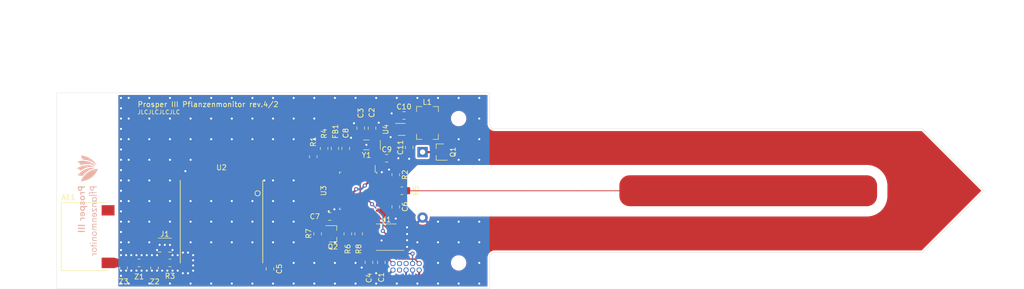
<source format=kicad_pcb>
(kicad_pcb (version 20171130) (host pcbnew "(5.1.12-1-10_14)")
  (layers (0 F.Cu signal) (31 B.Cu signal) (34 B.Paste user) (35 F.Paste user) (36 B.SilkS user) (37 F.SilkS user) (38 B.Mask user) (39 F.Mask user) (44 Edge.Cuts user))
  (net 0 "")
  (net 1 "Net-(AE1-Pad1)")
  (net 2 GND)
  (net 3 "Net-(BT1-Pad1)")
  (net 4 VI2C)
  (net 5 +3V3)
  (net 6 VIN_SENSE)
  (net 7 +3.3VA)
  (net 8 NRST)
  (net 9 "Net-(J1-Pad1)")
  (net 10 SWDIO)
  (net 11 SWCLK)
  (net 12 "Net-(J2-Pad8)")
  (net 13 "Net-(J2-Pad7)")
  (net 14 "Net-(J2-Pad6)")
  (net 15 "Net-(L1-Pad1)")
  (net 16 I2C_ENABLE)
  (net 17 SCL)
  (net 18 SDA)
  (net 19 RFM95_NRST)
  (net 20 MISO)
  (net 21 MOSI)
  (net 22 SCK)
  (net 23 RFM95_NSS)
  (net 24 RFM95_DIO5)
  (net 25 "Net-(U2-Pad11)")
  (net 26 "Net-(U2-Pad12)")
  (net 27 "Net-(U2-Pad16)")
  (net 28 TSC_IO1)
  (net 29 SENSOR_PLANE)
  (net 30 RFM95_DIO0)
  (net 31 RFM95_DIO1)
  (net 32 "Net-(C2-Pad1)")
  (net 33 "Net-(C3-Pad1)")
  (net 34 "Net-(R2-Pad1)")
  (net 35 "Net-(R3-Pad1)")
  (net 36 "Net-(R4-Pad2)")
  (net 37 "Net-(U3-Pad7)")
  (net 38 "Net-(U3-Pad21)")
  (net 39 "Net-(U3-Pad22)")
  (net 40 "Net-(U3-Pad25)")
  (net 41 "Net-(U3-Pad26)")
  (net 42 "Net-(U3-Pad29)")
  (net 43 "Net-(U3-Pad30)")
  (net 44 TSC_IO2)
  (module Resistor_SMD:R_0805_2012Metric_Pad1.20x1.40mm_HandSolder (layer F.Cu) (at 127 100 180)
    (fp_text reference R5 (at -2.7 0 90) (layer F.SilkS))
    (fp_text value 100)
    (pad 2 smd roundrect (at 1 0 180) (size 1.2 1.4) (layers F.Cu F.Paste F.Mask) (roundrect_rratio 0.2083325) (net 44 TSC_IO2))
    (pad 1 smd roundrect (at -1 0 180) (size 1.2 1.4) (layers F.Cu F.Paste F.Mask) (roundrect_rratio 0.2083325) (net 29 SENSOR_PLANE))
  )
  (module my-footprints-library:ProsperIIIPflanzenMonitorLogo (layer B.Cu) (at 66 103 270)
    (fp_text reference G*** hide)
    (fp_text value LOGO hide)
  )
  (module Crystal:Crystal_SMD_EuroQuartz_EQ161-2Pin_3.2x1.5mm_HandSoldering (layer F.Cu) (at 120.1 91.1 180)
    (fp_text reference Y1 (at -0.025 -2) (layer F.SilkS))
    (fp_text value 32768Hz)
    (pad 2 smd rect (at 1.625 0 180) (size 1.75 1.8) (layers F.Cu F.Paste F.Mask) (net 33 "Net-(C3-Pad1)"))
    (pad 1 smd rect (at -1.625 0 180) (size 1.75 1.8) (layers F.Cu F.Paste F.Mask) (net 32 "Net-(C2-Pad1)"))
  )
  (module Capacitor_SMD:C_0805_2012Metric_Pad1.18x1.45mm_HandSolder (layer F.Cu) (at 119 87.8625 90)
    (fp_text reference C3 (at 2.9125 0 270) (layer F.SilkS))
    (fp_text value 15pF)
    (pad 2 smd roundrect (at 1.0375 0 90) (size 1.175 1.45) (layers F.Cu F.Paste F.Mask) (roundrect_rratio 0.2127659574468085) (net 2 GND))
    (pad 1 smd roundrect (at -1.0375 0 90) (size 1.175 1.45) (layers F.Cu F.Paste F.Mask) (roundrect_rratio 0.2127659574468085) (net 33 "Net-(C3-Pad1)"))
  )
  (module Capacitor_SMD:C_0805_2012Metric_Pad1.18x1.45mm_HandSolder (layer F.Cu) (at 121.2 87.8625 90)
    (fp_text reference C2 (at 3.0125 -0.05 90) (layer F.SilkS))
    (fp_text value 15pF)
    (pad 2 smd roundrect (at 1.0375 0 90) (size 1.175 1.45) (layers F.Cu F.Paste F.Mask) (roundrect_rratio 0.2127659574468085) (net 2 GND))
    (pad 1 smd roundrect (at -1.0375 0 90) (size 1.175 1.45) (layers F.Cu F.Paste F.Mask) (roundrect_rratio 0.2127659574468085) (net 32 "Net-(C2-Pad1)"))
  )
  (module MountingHole:MountingHole_2.2mm_M2 (layer F.Cu) (at 138 114)
    (fp_text reference H3 hide)
    (fp_text value MountingHole)
    (pad 1 np_thru_hole circle (at 0 0) (size 2.2 2.2) (drill 2.2) (layers *.Cu *.Mask))
  )
  (module MountingHole:MountingHole_2.2mm_M2 (layer F.Cu) (at 138 86)
    (fp_text reference H2 hide)
    (fp_text value MountingHole)
    (pad 1 np_thru_hole circle (at 0 0) (size 2.2 2.2) (drill 2.2) (layers *.Cu *.Mask))
  )
  (module MountingHole:MountingHole_2.2mm_M2 (layer F.Cu) (at 65 86)
    (fp_text reference H1 hide)
    (fp_text value MountingHole)
    (pad 1 np_thru_hole circle (at 0 0) (size 2.2 2.2) (drill 2.2) (layers *.Cu *.Mask))
  )
  (module my-footprints-library:BatteryHolder_Keystone_2468_2xAAA_NoSilkscreen (layer B.Cu) (at 131 92.5 180)
    (fp_text reference BT1 hide)
    (fp_text value Keystone-2462)
    (pad 2 thru_hole circle (at 0 -12.7 180) (size 2 2) (drill 1.02) (layers *.Cu *.Mask) (net 2 GND))
    (pad 1 thru_hole rect (at 0 0 180) (size 2 2) (drill 1.02) (layers *.Cu *.Mask) (net 3 "Net-(BT1-Pad1)"))
  )
  (module my-footprints-library:SHF-105-01-L-D-TH_NoSilkscreen (layer B.Cu) (at 127.8 114.75 180)
    (fp_text reference J2 hide)
    (fp_text value SHF-105-01-L-D-TH)
    (pad 2 thru_hole circle (at -2.54 0.635 180) (size 1 1) (drill 0.65) (layers *.Cu *.Mask) (net 10 SWDIO))
    (pad 4 thru_hole circle (at -1.27 0.635 180) (size 1 1) (drill 0.65) (layers *.Cu *.Mask) (net 11 SWCLK))
    (pad 10 thru_hole circle (at 2.54 0.635 180) (size 1 1) (drill 0.65) (layers *.Cu *.Mask) (net 8 NRST))
    (pad 8 thru_hole circle (at 1.27 0.635 180) (size 1 1) (drill 0.65) (layers *.Cu *.Mask) (net 12 "Net-(J2-Pad8)"))
    (pad 9 thru_hole circle (at 2.54 -0.635 180) (size 1 1) (drill 0.65) (layers *.Cu *.Mask) (net 2 GND))
    (pad 7 thru_hole circle (at 1.27 -0.635 180) (size 1 1) (drill 0.65) (layers *.Cu *.Mask) (net 13 "Net-(J2-Pad7)"))
    (pad 1 thru_hole circle (at -2.54 -0.635 180) (size 1 1) (drill 0.65) (layers *.Cu *.Mask) (net 5 +3V3))
    (pad 3 thru_hole circle (at -1.27 -0.635 180) (size 1 1) (drill 0.65) (layers *.Cu *.Mask) (net 2 GND))
    (pad 6 thru_hole circle (at 0 0.635 180) (size 1 1) (drill 0.65) (layers *.Cu *.Mask) (net 14 "Net-(J2-Pad6)"))
    (pad 5 thru_hole circle (at 0 -0.635 180) (size 1 1) (drill 0.65) (layers *.Cu *.Mask) (net 2 GND))
  )
  (module Capacitor_SMD:C_0805_2012Metric_Pad1.18x1.45mm_HandSolder (layer F.Cu) (at 125.8 103.1375 270)
    (fp_text reference C6 (at -0.0375 -1.8 90) (layer F.SilkS))
    (fp_text value 100nF)
    (pad 2 smd roundrect (at 1.0375 0 270) (size 1.175 1.45) (layers F.Cu F.Paste F.Mask) (roundrect_rratio 0.2127659574468085) (net 2 GND))
    (pad 1 smd roundrect (at -1.0375 0 270) (size 1.175 1.45) (layers F.Cu F.Paste F.Mask) (roundrect_rratio 0.2127659574468085) (net 28 TSC_IO1))
  )
  (module Resistor_SMD:R_0805_2012Metric_Pad1.20x1.40mm_HandSolder (layer F.Cu) (at 73 115 90)
    (fp_text reference Z3 (at -2.625 0) (layer F.SilkS))
    (fp_text value 900fF)
    (pad 2 smd roundrect (at 1 0 90) (size 1.2 1.4) (layers F.Cu F.Paste F.Mask) (roundrect_rratio 0.2083325) (net 1 "Net-(AE1-Pad1)"))
    (pad 1 smd roundrect (at -1 0 90) (size 1.2 1.4) (layers F.Cu F.Paste F.Mask) (roundrect_rratio 0.2083325) (net 2 GND))
  )
  (module Resistor_SMD:R_0805_2012Metric_Pad1.20x1.40mm_HandSolder (layer F.Cu) (at 76 114 180)
    (fp_text reference Z1 (at -0.025 -2.675 180) (layer F.SilkS))
    (fp_text value 11nH)
    (pad 2 smd roundrect (at 1 0 180) (size 1.2 1.4) (layers F.Cu F.Paste F.Mask) (roundrect_rratio 0.2083325) (net 1 "Net-(AE1-Pad1)"))
    (pad 1 smd roundrect (at -1 0 180) (size 1.2 1.4) (layers F.Cu F.Paste F.Mask) (roundrect_rratio 0.2083325) (net 9 "Net-(J1-Pad1)"))
  )
  (module Resistor_SMD:R_0805_2012Metric_Pad1.20x1.40mm_HandSolder (layer F.Cu) (at 79 115 270)
    (fp_text reference Z2 (at 2.625 -0.025) (layer F.SilkS))
    (fp_text value NC)
    (pad 2 smd roundrect (at 1 0 270) (size 1.2 1.4) (layers F.Cu F.Paste F.Mask) (roundrect_rratio 0.2083325) (net 2 GND))
    (pad 1 smd roundrect (at -1 0 270) (size 1.2 1.4) (layers F.Cu F.Paste F.Mask) (roundrect_rratio 0.2083325) (net 9 "Net-(J1-Pad1)"))
  )
  (module my-footprints-library:LQFP-32_7x7mm_P0.8mm_HandSolder (layer F.Cu) (at 118.5 100 270)
    (fp_text reference U3 (at 0 6.7 270) (layer F.SilkS))
    (fp_text value STM32L412KB)
    (pad 1 smd roundrect (at -4.575 -2.8 270) (size 2.3 0.5) (layers F.Cu F.Paste F.Mask) (net 5 +3V3))
    (pad 2 smd roundrect (at -4.575 -2 270) (size 2.3 0.5) (layers F.Cu F.Paste F.Mask) (net 32 "Net-(C2-Pad1)"))
    (pad 3 smd roundrect (at -4.575 -1.2 270) (size 2.3 0.5) (layers F.Cu F.Paste F.Mask) (net 33 "Net-(C3-Pad1)"))
    (pad 4 smd roundrect (at -4.575 -0.4 270) (size 2.3 0.5) (layers F.Cu F.Paste F.Mask) (net 8 NRST))
    (pad 5 smd roundrect (at -4.575 0.4 270) (size 2.3 0.5) (layers F.Cu F.Paste F.Mask) (net 7 +3.3VA))
    (pad 6 smd roundrect (at -4.575 1.2 270) (size 2.3 0.5) (layers F.Cu F.Paste F.Mask) (net 36 "Net-(R4-Pad2)"))
    (pad 7 smd roundrect (at -4.575 2 270) (size 2.3 0.5) (layers F.Cu F.Paste F.Mask) (net 37 "Net-(U3-Pad7)"))
    (pad 8 smd roundrect (at -4.575 2.8 270) (size 2.3 0.5) (layers F.Cu F.Paste F.Mask) (net 24 RFM95_DIO5))
    (pad 9 smd roundrect (at -2.8 4.575 270) (size 0.5 2.3) (layers F.Cu F.Paste F.Mask) (net 19 RFM95_NRST))
    (pad 10 smd roundrect (at -2 4.575 270) (size 0.5 2.3) (layers F.Cu F.Paste F.Mask) (net 23 RFM95_NSS))
    (pad 11 smd roundrect (at -1.2 4.575 270) (size 0.5 2.3) (layers F.Cu F.Paste F.Mask) (net 22 SCK))
    (pad 12 smd roundrect (at -0.4 4.575 270) (size 0.5 2.3) (layers F.Cu F.Paste F.Mask) (net 20 MISO))
    (pad 13 smd roundrect (at 0.4 4.575 270) (size 0.5 2.3) (layers F.Cu F.Paste F.Mask) (net 21 MOSI))
    (pad 14 smd roundrect (at 1.2 4.575 270) (size 0.5 2.3) (layers F.Cu F.Paste F.Mask) (net 30 RFM95_DIO0))
    (pad 15 smd roundrect (at 2 4.575 270) (size 0.5 2.3) (layers F.Cu F.Paste F.Mask) (net 31 RFM95_DIO1))
    (pad 16 smd roundrect (at 2.8 4.575 270) (size 0.5 2.3) (layers F.Cu F.Paste F.Mask) (net 2 GND))
    (pad 17 smd roundrect (at 4.575 2.8 270) (size 2.3 0.5) (layers F.Cu F.Paste F.Mask) (net 5 +3V3))
    (pad 18 smd roundrect (at 4.575 2 270) (size 2.3 0.5) (layers F.Cu F.Paste F.Mask) (net 16 I2C_ENABLE))
    (pad 19 smd roundrect (at 4.575 1.2 270) (size 2.3 0.5) (layers F.Cu F.Paste F.Mask) (net 17 SCL))
    (pad 20 smd roundrect (at 4.575 0.4 270) (size 2.3 0.5) (layers F.Cu F.Paste F.Mask) (net 18 SDA))
    (pad 21 smd roundrect (at 4.575 -0.4 270) (size 2.3 0.5) (layers F.Cu F.Paste F.Mask) (net 38 "Net-(U3-Pad21)"))
    (pad 22 smd roundrect (at 4.575 -1.2 270) (size 2.3 0.5) (layers F.Cu F.Paste F.Mask) (net 39 "Net-(U3-Pad22)"))
    (pad 23 smd roundrect (at 4.575 -2 270) (size 2.3 0.5) (layers F.Cu F.Paste F.Mask) (net 10 SWDIO))
    (pad 24 smd roundrect (at 4.575 -2.8 270) (size 2.3 0.5) (layers F.Cu F.Paste F.Mask) (net 11 SWCLK))
    (pad 25 smd roundrect (at 2.8 -4.575 270) (size 0.5 2.3) (layers F.Cu F.Paste F.Mask) (net 40 "Net-(U3-Pad25)"))
    (pad 26 smd roundrect (at 2 -4.575 270) (size 0.5 2.3) (layers F.Cu F.Paste F.Mask) (net 41 "Net-(U3-Pad26)"))
    (pad 27 smd roundrect (at 1.2 -4.575 270) (size 0.5 2.3) (layers F.Cu F.Paste F.Mask) (net 28 TSC_IO1))
    (pad 28 smd roundrect (at 0.4 -4.575 270) (size 0.5 2.3) (layers F.Cu F.Paste F.Mask) (net 44 TSC_IO2))
    (pad 29 smd roundrect (at -0.4 -4.575 270) (size 0.5 2.3) (layers F.Cu F.Paste F.Mask) (net 42 "Net-(U3-Pad29)"))
    (pad 30 smd roundrect (at -1.2 -4.575 270) (size 0.5 2.3) (layers F.Cu F.Paste F.Mask) (net 43 "Net-(U3-Pad30)"))
    (pad 31 smd roundrect (at -2 -4.575 270) (size 0.5 2.3) (layers F.Cu F.Paste F.Mask) (net 34 "Net-(R2-Pad1)"))
    (pad 32 smd roundrect (at -2.8 -4.575 270) (size 0.5 2.3) (layers F.Cu F.Paste F.Mask) (net 2 GND))
  )
  (module Package_TO_SOT_SMD:SOT-363_SC-70-6_Handsoldering (layer F.Cu) (at 126.95 88.1)
    (fp_text reference U4 (at -3.1 0 270) (layer F.SilkS))
    (fp_text value TLV61225)
    (pad 6 smd rect (at 1.33 -0.65) (size 1.5 0.4) (layers F.Cu F.Paste F.Mask) (net 6 VIN_SENSE))
    (pad 5 smd rect (at 1.33 0) (size 1.5 0.4) (layers F.Cu F.Paste F.Mask) (net 15 "Net-(L1-Pad1)"))
    (pad 4 smd rect (at 1.33 0.65) (size 1.5 0.4) (layers F.Cu F.Paste F.Mask) (net 5 +3V3))
    (pad 3 smd rect (at -1.33 0.65) (size 1.5 0.4) (layers F.Cu F.Paste F.Mask) (net 2 GND))
    (pad 2 smd rect (at -1.33 0) (size 1.5 0.4) (layers F.Cu F.Paste F.Mask) (net 5 +3V3))
    (pad 1 smd rect (at -1.33 -0.65) (size 1.5 0.4) (layers F.Cu F.Paste F.Mask) (net 6 VIN_SENSE))
  )
  (module my-footprints-library:RFM95W (layer F.Cu) (at 92 106 270)
    (fp_text reference U2 (at -10.5 0 180) (layer F.SilkS))
    (fp_text value RFM95W)
    (pad 1 smd rect (at -8 -7 270) (size 2.5 1.2) (layers F.Cu F.Paste F.Mask) (net 2 GND))
    (pad 2 smd rect (at -8 -5 270) (size 2.5 1.2) (layers F.Cu F.Paste F.Mask) (net 20 MISO))
    (pad 3 smd rect (at -8 -3 270) (size 2.5 1.2) (layers F.Cu F.Paste F.Mask) (net 21 MOSI))
    (pad 4 smd rect (at -8 -1 270) (size 2.5 1.2) (layers F.Cu F.Paste F.Mask) (net 22 SCK))
    (pad 5 smd rect (at -8 1 270) (size 2.5 1.2) (layers F.Cu F.Paste F.Mask) (net 23 RFM95_NSS))
    (pad 6 smd rect (at -8 3 270) (size 2.5 1.2) (layers F.Cu F.Paste F.Mask) (net 19 RFM95_NRST))
    (pad 7 smd rect (at -8 5 270) (size 2.5 1.2) (layers F.Cu F.Paste F.Mask) (net 24 RFM95_DIO5))
    (pad 8 smd rect (at -8 7 270) (size 2.5 1.2) (layers F.Cu F.Paste F.Mask) (net 2 GND))
    (pad 9 smd rect (at 8 7 270) (size 2.5 1.2) (layers F.Cu F.Paste F.Mask) (net 35 "Net-(R3-Pad1)"))
    (pad 10 smd rect (at 8 5 270) (size 2.5 1.2) (layers F.Cu F.Paste F.Mask) (net 2 GND))
    (pad 11 smd rect (at 8 3 270) (size 2.5 1.2) (layers F.Cu F.Paste F.Mask) (net 25 "Net-(U2-Pad11)"))
    (pad 12 smd rect (at 8 1 270) (size 2.5 1.2) (layers F.Cu F.Paste F.Mask) (net 26 "Net-(U2-Pad12)"))
    (pad 13 smd rect (at 8 -1 270) (size 2.5 1.2) (layers F.Cu F.Paste F.Mask) (net 5 +3V3))
    (pad 14 smd rect (at 8 -3 270) (size 2.5 1.2) (layers F.Cu F.Paste F.Mask) (net 30 RFM95_DIO0))
    (pad 15 smd rect (at 8 -5 270) (size 2.5 1.2) (layers F.Cu F.Paste F.Mask) (net 31 RFM95_DIO1))
    (pad 16 smd rect (at 8 -7 270) (size 2.5 1.2) (layers F.Cu F.Paste F.Mask) (net 27 "Net-(U2-Pad16)"))
  )
  (module Package_SO:SOIC-8_3.9x4.9mm_P1.27mm (layer F.Cu) (at 123.95 109 180)
    (fp_text reference U1 (at 0.05 3.4 180) (layer F.SilkS))
    (fp_text value 24LC32)
    (pad 8 smd roundrect (at 2.475 -1.905 180) (size 1.95 0.6) (layers F.Cu F.Paste F.Mask) (net 4 VI2C))
    (pad 7 smd roundrect (at 2.475 -0.635 180) (size 1.95 0.6) (layers F.Cu F.Paste F.Mask) (net 2 GND))
    (pad 6 smd roundrect (at 2.475 0.635 180) (size 1.95 0.6) (layers F.Cu F.Paste F.Mask) (net 17 SCL))
    (pad 5 smd roundrect (at 2.475 1.905 180) (size 1.95 0.6) (layers F.Cu F.Paste F.Mask) (net 18 SDA))
    (pad 4 smd roundrect (at -2.475 1.905 180) (size 1.95 0.6) (layers F.Cu F.Paste F.Mask) (net 2 GND))
    (pad 3 smd roundrect (at -2.475 0.635 180) (size 1.95 0.6) (layers F.Cu F.Paste F.Mask) (net 2 GND))
    (pad 2 smd roundrect (at -2.475 -0.635 180) (size 1.95 0.6) (layers F.Cu F.Paste F.Mask) (net 2 GND))
    (pad 1 smd roundrect (at -2.475 -1.905 180) (size 1.95 0.6) (layers F.Cu F.Paste F.Mask) (net 2 GND))
  )
  (module Resistor_SMD:R_0805_2012Metric_Pad1.20x1.40mm_HandSolder (layer F.Cu) (at 125.8 96.9 90)
    (fp_text reference R2 (at 0 1.8 90) (layer F.SilkS))
    (fp_text value 10k)
    (pad 2 smd roundrect (at 1 0 90) (size 1.2 1.4) (layers F.Cu F.Paste F.Mask) (roundrect_rratio 0.2083325) (net 2 GND))
    (pad 1 smd roundrect (at -1 0 90) (size 1.2 1.4) (layers F.Cu F.Paste F.Mask) (roundrect_rratio 0.2083325) (net 34 "Net-(R2-Pad1)"))
  )
  (module Resistor_SMD:R_0805_2012Metric_Pad1.20x1.40mm_HandSolder (layer F.Cu) (at 111.9 91.8 270)
    (fp_text reference R4 (at -2.9 0 90) (layer F.SilkS))
    (fp_text value 100)
    (pad 2 smd roundrect (at 1 0 270) (size 1.2 1.4) (layers F.Cu F.Paste F.Mask) (roundrect_rratio 0.2083325) (net 36 "Net-(R4-Pad2)"))
    (pad 1 smd roundrect (at -1 0 270) (size 1.2 1.4) (layers F.Cu F.Paste F.Mask) (roundrect_rratio 0.2083325) (net 6 VIN_SENSE))
  )
  (module Resistor_SMD:R_0805_2012Metric_Pad1.20x1.40mm_HandSolder (layer F.Cu) (at 82 114 180)
    (fp_text reference R3 (at 0 -2.55 180) (layer F.SilkS))
    (fp_text value 0)
    (pad 2 smd roundrect (at 1 0 180) (size 1.2 1.4) (layers F.Cu F.Paste F.Mask) (roundrect_rratio 0.2083325) (net 9 "Net-(J1-Pad1)"))
    (pad 1 smd roundrect (at -1 0 180) (size 1.2 1.4) (layers F.Cu F.Paste F.Mask) (roundrect_rratio 0.2083325) (net 35 "Net-(R3-Pad1)"))
  )
  (module Resistor_SMD:R_0805_2012Metric_Pad1.20x1.40mm_HandSolder (layer F.Cu) (at 109.8 93.4 270)
    (fp_text reference R1 (at -2.9 0 90) (layer F.SilkS))
    (fp_text value 100k)
    (pad 2 smd roundrect (at 1 0 270) (size 1.2 1.4) (layers F.Cu F.Paste F.Mask) (roundrect_rratio 0.2083325) (net 19 RFM95_NRST))
    (pad 1 smd roundrect (at -1 0 270) (size 1.2 1.4) (layers F.Cu F.Paste F.Mask) (roundrect_rratio 0.2083325) (net 5 +3V3))
  )
  (module Resistor_SMD:R_0805_2012Metric_Pad1.20x1.40mm_HandSolder (layer F.Cu) (at 118.6 108.36 90)
    (fp_text reference R8 (at -2.94 0 90) (layer F.SilkS))
    (fp_text value 4.7k)
    (pad 2 smd roundrect (at 1 0 90) (size 1.2 1.4) (layers F.Cu F.Paste F.Mask) (roundrect_rratio 0.2083325) (net 18 SDA))
    (pad 1 smd roundrect (at -1 0 90) (size 1.2 1.4) (layers F.Cu F.Paste F.Mask) (roundrect_rratio 0.2083325) (net 4 VI2C))
  )
  (module Resistor_SMD:R_0805_2012Metric_Pad1.20x1.40mm_HandSolder (layer F.Cu) (at 116.5 108.36 90)
    (fp_text reference R6 (at -2.94 0 90) (layer F.SilkS))
    (fp_text value 4.7k)
    (pad 2 smd roundrect (at 1 0 90) (size 1.2 1.4) (layers F.Cu F.Paste F.Mask) (roundrect_rratio 0.2083325) (net 17 SCL))
    (pad 1 smd roundrect (at -1 0 90) (size 1.2 1.4) (layers F.Cu F.Paste F.Mask) (roundrect_rratio 0.2083325) (net 4 VI2C))
  )
  (module Resistor_SMD:R_0805_2012Metric_Pad1.20x1.40mm_HandSolder (layer F.Cu) (at 110.65 108.36 270)
    (fp_text reference R7 (at -0.06 1.75 270) (layer F.SilkS))
    (fp_text value 100k)
    (pad 2 smd roundrect (at 1 0 270) (size 1.2 1.4) (layers F.Cu F.Paste F.Mask) (roundrect_rratio 0.2083325) (net 5 +3V3))
    (pad 1 smd roundrect (at -1 0 270) (size 1.2 1.4) (layers F.Cu F.Paste F.Mask) (roundrect_rratio 0.2083325) (net 16 I2C_ENABLE))
  )
  (module Package_TO_SOT_SMD:SOT-23 (layer F.Cu) (at 134.4 92.5 180)
    (fp_text reference Q1 (at -2.5 0 270) (layer F.SilkS))
    (fp_text value TSM260P02)
    (pad 3 smd rect (at 1 0 180) (size 0.9 0.8) (layers F.Cu F.Paste F.Mask) (net 3 "Net-(BT1-Pad1)"))
    (pad 2 smd rect (at -1 0.95 180) (size 0.9 0.8) (layers F.Cu F.Paste F.Mask) (net 6 VIN_SENSE))
    (pad 1 smd rect (at -1 -0.95 180) (size 0.9 0.8) (layers F.Cu F.Paste F.Mask) (net 2 GND))
  )
  (module Package_TO_SOT_SMD:SOT-23 (layer F.Cu) (at 113.6 108.36)
    (fp_text reference Q2 (at 0 2.5) (layer F.SilkS))
    (fp_text value PMV250EPEA)
    (pad 3 smd rect (at 1 0) (size 0.9 0.8) (layers F.Cu F.Paste F.Mask) (net 4 VI2C))
    (pad 2 smd rect (at -1 0.95) (size 0.9 0.8) (layers F.Cu F.Paste F.Mask) (net 5 +3V3))
    (pad 1 smd rect (at -1 -0.95) (size 0.9 0.8) (layers F.Cu F.Paste F.Mask) (net 16 I2C_ENABLE))
  )
  (module my-footprints-library:L_Bourns-SRN4018_3DModel_HandSolder (layer F.Cu) (at 131.95 86.85 90)
    (fp_text reference L1 (at 4.05 -0.05 180) (layer F.SilkS))
    (fp_text value 4.7uH)
    (pad 2 smd rect (at 1.925 0 90) (size 2.3 3.6) (layers F.Cu F.Paste F.Mask) (net 6 VIN_SENSE))
    (pad 1 smd rect (at -1.925 0 90) (size 2.3 3.6) (layers F.Cu F.Paste F.Mask) (net 15 "Net-(L1-Pad1)"))
  )
  (module my-footprints-library:CONUFL001-SMD (layer F.Cu) (at 81 110.5)
    (fp_text reference J1 (at 0 -2.1) (layer F.SilkS))
    (fp_text value CONUFL001-SMD-T)
    (pad 1 smd rect (at 0 1.525) (size 1 1.05) (layers F.Cu F.Paste F.Mask) (net 9 "Net-(J1-Pad1)"))
    (pad 2 smd rect (at 1.475 0) (size 1.05 2.2) (layers F.Cu F.Paste F.Mask) (net 2 GND))
    (pad 2 smd rect (at -1.475 0) (size 1.05 2.2) (layers F.Cu F.Paste F.Mask) (net 2 GND))
  )
  (module Inductor_SMD:L_0805_2012Metric_Pad1.15x1.40mm_HandSolder (layer F.Cu) (at 114 91.8 270)
    (fp_text reference FB1 (at -3.3 -0.1 90) (layer F.SilkS))
    (fp_text value WE742792040)
    (pad 2 smd roundrect (at 1.025 0 270) (size 1.15 1.4) (layers F.Cu F.Paste F.Mask) (roundrect_rratio 0.2173904347826087) (net 7 +3.3VA))
    (pad 1 smd roundrect (at -1.025 0 270) (size 1.15 1.4) (layers F.Cu F.Paste F.Mask) (roundrect_rratio 0.2173904347826087) (net 5 +3V3))
  )
  (module Capacitor_SMD:C_0805_2012Metric_Pad1.18x1.45mm_HandSolder (layer F.Cu) (at 123 113.9 270)
    (fp_text reference C1 (at 2.9 0 270) (layer F.SilkS))
    (fp_text value 100nF)
    (pad 2 smd roundrect (at 1.0375 0 270) (size 1.175 1.45) (layers F.Cu F.Paste F.Mask) (roundrect_rratio 0.2127659574468085) (net 2 GND))
    (pad 1 smd roundrect (at -1.0375 0 270) (size 1.175 1.45) (layers F.Cu F.Paste F.Mask) (roundrect_rratio 0.2127659574468085) (net 8 NRST))
  )
  (module Capacitor_SMD:C_0805_2012Metric_Pad1.18x1.45mm_HandSolder (layer F.Cu) (at 124.0375 93.7)
    (fp_text reference C9 (at 0.0125 -1.7) (layer F.SilkS))
    (fp_text value 100nF)
    (pad 2 smd roundrect (at 1.0375 0) (size 1.175 1.45) (layers F.Cu F.Paste F.Mask) (roundrect_rratio 0.2127659574468085) (net 2 GND))
    (pad 1 smd roundrect (at -1.0375 0) (size 1.175 1.45) (layers F.Cu F.Paste F.Mask) (roundrect_rratio 0.2127659574468085) (net 5 +3V3))
  )
  (module Capacitor_SMD:C_0805_2012Metric_Pad1.18x1.45mm_HandSolder (layer F.Cu) (at 113 105 180)
    (fp_text reference C7 (at 2.9 0 180) (layer F.SilkS))
    (fp_text value 100nF)
    (pad 2 smd roundrect (at 1.0375 0 180) (size 1.175 1.45) (layers F.Cu F.Paste F.Mask) (roundrect_rratio 0.2127659574468085) (net 2 GND))
    (pad 1 smd roundrect (at -1.0375 0 180) (size 1.175 1.45) (layers F.Cu F.Paste F.Mask) (roundrect_rratio 0.2127659574468085) (net 5 +3V3))
  )
  (module Capacitor_SMD:C_0805_2012Metric_Pad1.18x1.45mm_HandSolder (layer F.Cu) (at 116.1 91.8 90)
    (fp_text reference C8 (at 2.9625 0 90) (layer F.SilkS))
    (fp_text value 100nF)
    (pad 2 smd roundrect (at 1.0375 0 90) (size 1.175 1.45) (layers F.Cu F.Paste F.Mask) (roundrect_rratio 0.2127659574468085) (net 2 GND))
    (pad 1 smd roundrect (at -1.0375 0 90) (size 1.175 1.45) (layers F.Cu F.Paste F.Mask) (roundrect_rratio 0.2127659574468085) (net 7 +3.3VA))
  )
  (module Capacitor_SMD:C_0805_2012Metric_Pad1.18x1.45mm_HandSolder (layer F.Cu) (at 127.4 85.4 180)
    (fp_text reference C10 (at 0 1.7) (layer F.SilkS))
    (fp_text value 10uF)
    (pad 2 smd roundrect (at 1.0375 0 180) (size 1.175 1.45) (layers F.Cu F.Paste F.Mask) (roundrect_rratio 0.2127659574468085) (net 2 GND))
    (pad 1 smd roundrect (at -1.0375 0 180) (size 1.175 1.45) (layers F.Cu F.Paste F.Mask) (roundrect_rratio 0.2127659574468085) (net 6 VIN_SENSE))
  )
  (module Capacitor_SMD:C_0805_2012Metric_Pad1.18x1.45mm_HandSolder (layer F.Cu) (at 128.4 91.6 270)
    (fp_text reference C11 (at 0 1.7 270) (layer F.SilkS))
    (fp_text value 10uF)
    (pad 2 smd roundrect (at 1.0375 0 270) (size 1.175 1.45) (layers F.Cu F.Paste F.Mask) (roundrect_rratio 0.2127659574468085) (net 2 GND))
    (pad 1 smd roundrect (at -1.0375 0 270) (size 1.175 1.45) (layers F.Cu F.Paste F.Mask) (roundrect_rratio 0.2127659574468085) (net 5 +3V3))
  )
  (module Capacitor_SMD:C_0805_2012Metric_Pad1.18x1.45mm_HandSolder (layer F.Cu) (at 101.4 115.1625 90)
    (fp_text reference C5 (at 0 1.8 90) (layer F.SilkS))
    (fp_text value 100nF)
    (pad 2 smd roundrect (at 1.0375 0 90) (size 1.175 1.45) (layers F.Cu F.Paste F.Mask) (roundrect_rratio 0.2127659574468085) (net 2 GND))
    (pad 1 smd roundrect (at -1.0375 0 90) (size 1.175 1.45) (layers F.Cu F.Paste F.Mask) (roundrect_rratio 0.2127659574468085) (net 5 +3V3))
  )
  (module Capacitor_SMD:C_0805_2012Metric_Pad1.18x1.45mm_HandSolder (layer F.Cu) (at 120.6 113.9 270)
    (fp_text reference C4 (at 3 0 90) (layer F.SilkS))
    (fp_text value 100nF)
    (pad 2 smd roundrect (at 1.0375 0 270) (size 1.175 1.45) (layers F.Cu F.Paste F.Mask) (roundrect_rratio 0.2127659574468085) (net 2 GND))
    (pad 1 smd roundrect (at -1.0375 0 270) (size 1.175 1.45) (layers F.Cu F.Paste F.Mask) (roundrect_rratio 0.2127659574468085) (net 4 VI2C))
  )
  (module my-footprints-library:Linx_ANT-868-uSP410 (layer F.Cu) (at 70 108.9 90)
    (fp_text reference AE1 (at 7.6 -7.7 180) (layer F.SilkS))
    (fp_text value ANT-868-uSP410)
    (pad 2 smd rect (at 5.1 0 90) (size 2 2.5) (layers F.Cu F.Paste F.Mask))
    (pad 1 smd rect (at -5.1 0 90) (size 2 2.5) (layers F.Cu F.Paste F.Mask) (net 1 "Net-(AE1-Pad1)"))
  )
  (gr_text "Prosper III Pflanzenmonitor rev.4/2" (at 75.651429 83.25) (layer F.SilkS) (effects (font (size 1 1)) (justify left)))
  (gr_text JLCJLCJLCJLC (at 75.651429 84.75) (layer F.SilkS) (effects (font (size 0.8 0.8) (thickness 0.12)) (justify left)))
  (gr_arc (start 145 87) (end 144 87) (angle -90) (layer Edge.Cuts) (width 0.05))
  (gr_arc (start 145 113) (end 145 112) (angle -90) (layer Edge.Cuts) (width 0.05))
  (gr_line (start 60 119) (end 60 81) (layer Edge.Cuts) (width 0.05))
  (gr_line (start 144 119) (end 60 119) (layer Edge.Cuts) (width 0.05))
  (gr_line (start 144 113) (end 144 119) (layer Edge.Cuts) (width 0.05))
  (gr_line (start 228 112) (end 145 112) (layer Edge.Cuts) (width 0.05))
  (gr_line (start 240 100) (end 228 112) (layer Edge.Cuts) (width 0.05))
  (gr_line (start 228 88) (end 240 100) (layer Edge.Cuts) (width 0.05))
  (gr_line (start 145 88) (end 228 88) (layer Edge.Cuts) (width 0.05))
  (gr_line (start 144 81) (end 144 87) (layer Edge.Cuts) (width 0.05))
  (gr_line (start 60 81) (end 144 81) (layer Edge.Cuts) (width 0.05))
  (via (at 138 90) (size 0.8) (drill 0.4) (layers F.Cu B.Cu) (net 2))
  (via (at 134 114) (size 0.8) (drill 0.4) (layers F.Cu B.Cu) (net 2))
  (via (at 74 86) (size 0.8) (drill 0.4) (layers F.Cu B.Cu) (net 2))
  (via (at 94 118) (size 0.8) (drill 0.4) (layers F.Cu B.Cu) (net 2))
  (via (at 72.5 118) (size 0.8) (drill 0.4) (layers F.Cu B.Cu) (net 2))
  (via (at 72.5 111.5) (size 0.8) (drill 0.4) (layers F.Cu B.Cu) (net 2))
  (via (at 72.5 82) (size 0.8) (drill 0.4) (layers F.Cu B.Cu) (net 2))
  (via (at 72.5 84) (size 0.8) (drill 0.4) (layers F.Cu B.Cu) (net 2))
  (via (at 72.5 86) (size 0.8) (drill 0.4) (layers F.Cu B.Cu) (net 2))
  (via (at 72.5 88) (size 0.8) (drill 0.4) (layers F.Cu B.Cu) (net 2))
  (via (at 72.5 90) (size 0.8) (drill 0.4) (layers F.Cu B.Cu) (net 2))
  (via (at 72.5 92) (size 0.8) (drill 0.4) (layers F.Cu B.Cu) (net 2))
  (via (at 72.5 94) (size 0.8) (drill 0.4) (layers F.Cu B.Cu) (net 2))
  (via (at 72.5 96) (size 0.8) (drill 0.4) (layers F.Cu B.Cu) (net 2))
  (via (at 72.5 98) (size 0.8) (drill 0.4) (layers F.Cu B.Cu) (net 2))
  (via (at 72.5 100) (size 0.8) (drill 0.4) (layers F.Cu B.Cu) (net 2))
  (via (at 72.5 102) (size 0.8) (drill 0.4) (layers F.Cu B.Cu) (net 2))
  (via (at 72.5 104) (size 0.8) (drill 0.4) (layers F.Cu B.Cu) (net 2))
  (via (at 72.5 106) (size 0.8) (drill 0.4) (layers F.Cu B.Cu) (net 2))
  (via (at 72.5 108) (size 0.8) (drill 0.4) (layers F.Cu B.Cu) (net 2))
  (via (at 72.5 110) (size 0.8) (drill 0.4) (layers F.Cu B.Cu) (net 2))
  (via (at 81 110.5) (size 0.8) (drill 0.4) (layers F.Cu B.Cu) (net 2))
  (via (at 86.5 115.5) (size 0.8) (drill 0.4) (layers F.Cu B.Cu) (net 2))
  (via (at 86.5 112.5) (size 0.8) (drill 0.4) (layers F.Cu B.Cu) (net 2))
  (via (at 85.5 116) (size 0.8) (drill 0.4) (layers F.Cu B.Cu) (net 2))
  (via (at 84.5 116) (size 0.8) (drill 0.4) (layers F.Cu B.Cu) (net 2))
  (via (at 85.5 112) (size 0.8) (drill 0.4) (layers F.Cu B.Cu) (net 2))
  (via (at 84.5 112) (size 0.8) (drill 0.4) (layers F.Cu B.Cu) (net 2))
  (via (at 83.5 112.5) (size 0.8) (drill 0.4) (layers F.Cu B.Cu) (net 2))
  (via (at 82.5 112.5) (size 0.8) (drill 0.4) (layers F.Cu B.Cu) (net 2))
  (via (at 83.5 115.5) (size 0.8) (drill 0.4) (layers F.Cu B.Cu) (net 2))
  (via (at 82.5 115.5) (size 0.8) (drill 0.4) (layers F.Cu B.Cu) (net 2))
  (via (at 81.5 115.5) (size 0.8) (drill 0.4) (layers F.Cu B.Cu) (net 2))
  (via (at 79.5 112.5) (size 0.8) (drill 0.4) (layers F.Cu B.Cu) (net 2))
  (via (at 78.5 112.5) (size 0.8) (drill 0.4) (layers F.Cu B.Cu) (net 2))
  (via (at 77.5 112.5) (size 0.8) (drill 0.4) (layers F.Cu B.Cu) (net 2))
  (via (at 76.5 112.5) (size 0.8) (drill 0.4) (layers F.Cu B.Cu) (net 2))
  (via (at 75.5 112.5) (size 0.8) (drill 0.4) (layers F.Cu B.Cu) (net 2))
  (via (at 74.5 112.5) (size 0.8) (drill 0.4) (layers F.Cu B.Cu) (net 2))
  (via (at 73.5 112.5) (size 0.8) (drill 0.4) (layers F.Cu B.Cu) (net 2))
  (via (at 72.5 112.5) (size 0.8) (drill 0.4) (layers F.Cu B.Cu) (net 2))
  (via (at 80.5 115.5) (size 0.8) (drill 0.4) (layers F.Cu B.Cu) (net 2))
  (via (at 77.5 115.5) (size 0.8) (drill 0.4) (layers F.Cu B.Cu) (net 2))
  (via (at 76.5 115.5) (size 0.8) (drill 0.4) (layers F.Cu B.Cu) (net 2))
  (via (at 75.5 115.5) (size 0.8) (drill 0.4) (layers F.Cu B.Cu) (net 2))
  (via (at 74.5 115.5) (size 0.8) (drill 0.4) (layers F.Cu B.Cu) (net 2))
  (via (at 82 118) (size 0.8) (drill 0.4) (layers F.Cu B.Cu) (net 2))
  (via (at 86 118) (size 0.8) (drill 0.4) (layers F.Cu B.Cu) (net 2))
  (via (at 90 118) (size 0.8) (drill 0.4) (layers F.Cu B.Cu) (net 2))
  (via (at 98 118) (size 0.8) (drill 0.4) (layers F.Cu B.Cu) (net 2))
  (via (at 102 118) (size 0.8) (drill 0.4) (layers F.Cu B.Cu) (net 2))
  (via (at 106 118) (size 0.8) (drill 0.4) (layers F.Cu B.Cu) (net 2))
  (via (at 118 118) (size 0.8) (drill 0.4) (layers F.Cu B.Cu) (net 2))
  (via (at 106 114) (size 0.8) (drill 0.4) (layers F.Cu B.Cu) (net 2))
  (via (at 130 118) (size 0.8) (drill 0.4) (layers F.Cu B.Cu) (net 2))
  (via (at 134 118) (size 0.8) (drill 0.4) (layers F.Cu B.Cu) (net 2))
  (via (at 138 118) (size 0.8) (drill 0.4) (layers F.Cu B.Cu) (net 2))
  (via (at 142 118) (size 0.8) (drill 0.4) (layers F.Cu B.Cu) (net 2))
  (via (at 138 110) (size 0.8) (drill 0.4) (layers F.Cu B.Cu) (net 2))
  (via (at 142 82) (size 0.8) (drill 0.4) (layers F.Cu B.Cu) (net 2))
  (via (at 138 82) (size 0.8) (drill 0.4) (layers F.Cu B.Cu) (net 2))
  (via (at 134 82) (size 0.8) (drill 0.4) (layers F.Cu B.Cu) (net 2))
  (via (at 130 82) (size 0.8) (drill 0.4) (layers F.Cu B.Cu) (net 2))
  (via (at 126 82) (size 0.8) (drill 0.4) (layers F.Cu B.Cu) (net 2))
  (via (at 122 82) (size 0.8) (drill 0.4) (layers F.Cu B.Cu) (net 2))
  (via (at 110 86) (size 0.8) (drill 0.4) (layers F.Cu B.Cu) (net 2))
  (via (at 118 82) (size 0.8) (drill 0.4) (layers F.Cu B.Cu) (net 2))
  (via (at 114 82) (size 0.8) (drill 0.4) (layers F.Cu B.Cu) (net 2))
  (via (at 110 82) (size 0.8) (drill 0.4) (layers F.Cu B.Cu) (net 2))
  (via (at 106 82) (size 0.8) (drill 0.4) (layers F.Cu B.Cu) (net 2))
  (via (at 102 82) (size 0.8) (drill 0.4) (layers F.Cu B.Cu) (net 2))
  (via (at 98 82) (size 0.8) (drill 0.4) (layers F.Cu B.Cu) (net 2))
  (via (at 94 82) (size 0.8) (drill 0.4) (layers F.Cu B.Cu) (net 2))
  (via (at 90 82) (size 0.8) (drill 0.4) (layers F.Cu B.Cu) (net 2))
  (via (at 86 82) (size 0.8) (drill 0.4) (layers F.Cu B.Cu) (net 2))
  (via (at 86 90) (size 0.8) (drill 0.4) (layers F.Cu B.Cu) (net 2))
  (via (at 86 94) (size 0.8) (drill 0.4) (layers F.Cu B.Cu) (net 2))
  (via (at 78 110) (size 0.8) (drill 0.4) (layers F.Cu B.Cu) (net 2))
  (via (at 86 110) (size 0.8) (drill 0.4) (layers F.Cu B.Cu) (net 2))
  (via (at 90 110) (size 0.8) (drill 0.4) (layers F.Cu B.Cu) (net 2))
  (via (at 94 110) (size 0.8) (drill 0.4) (layers F.Cu B.Cu) (net 2))
  (via (at 98 110) (size 0.8) (drill 0.4) (layers F.Cu B.Cu) (net 2))
  (via (at 98 106) (size 0.8) (drill 0.4) (layers F.Cu B.Cu) (net 2))
  (via (at 94 106) (size 0.8) (drill 0.4) (layers F.Cu B.Cu) (net 2))
  (via (at 94 102) (size 0.8) (drill 0.4) (layers F.Cu B.Cu) (net 2))
  (via (at 90 106) (size 0.8) (drill 0.4) (layers F.Cu B.Cu) (net 2))
  (via (at 90 102) (size 0.8) (drill 0.4) (layers F.Cu B.Cu) (net 2))
  (via (at 86 102) (size 0.8) (drill 0.4) (layers F.Cu B.Cu) (net 2))
  (via (at 86 106) (size 0.8) (drill 0.4) (layers F.Cu B.Cu) (net 2))
  (via (at 82 106) (size 0.8) (drill 0.4) (layers F.Cu B.Cu) (net 2))
  (via (at 78 106) (size 0.8) (drill 0.4) (layers F.Cu B.Cu) (net 2))
  (via (at 78 82) (size 0.8) (drill 0.4) (layers F.Cu B.Cu) (net 2))
  (via (at 82 82) (size 0.8) (drill 0.4) (layers F.Cu B.Cu) (net 2))
  (via (at 82 94) (size 0.8) (drill 0.4) (layers F.Cu B.Cu) (net 2))
  (via (at 82 90) (size 0.8) (drill 0.4) (layers F.Cu B.Cu) (net 2))
  (via (at 78 90) (size 0.8) (drill 0.4) (layers F.Cu B.Cu) (net 2))
  (via (at 78 94) (size 0.8) (drill 0.4) (layers F.Cu B.Cu) (net 2))
  (via (at 82 102) (size 0.8) (drill 0.4) (layers F.Cu B.Cu) (net 2))
  (via (at 82 98) (size 0.8) (drill 0.4) (layers F.Cu B.Cu) (net 2))
  (via (at 78 98) (size 0.8) (drill 0.4) (layers F.Cu B.Cu) (net 2))
  (via (at 78 102) (size 0.8) (drill 0.4) (layers F.Cu B.Cu) (net 2))
  (via (at 78 118) (size 0.8) (drill 0.4) (layers F.Cu B.Cu) (net 2))
  (via (at 74 118) (size 0.8) (drill 0.4) (layers F.Cu B.Cu) (net 2))
  (via (at 74 110) (size 0.8) (drill 0.4) (layers F.Cu B.Cu) (net 2))
  (via (at 74 106) (size 0.8) (drill 0.4) (layers F.Cu B.Cu) (net 2))
  (via (at 74 102) (size 0.8) (drill 0.4) (layers F.Cu B.Cu) (net 2))
  (via (at 74 98) (size 0.8) (drill 0.4) (layers F.Cu B.Cu) (net 2))
  (via (at 74 94) (size 0.8) (drill 0.4) (layers F.Cu B.Cu) (net 2))
  (via (at 74 90) (size 0.8) (drill 0.4) (layers F.Cu B.Cu) (net 2))
  (via (at 74 82) (size 0.8) (drill 0.4) (layers F.Cu B.Cu) (net 2))
  (via (at 78.5 115.5) (size 0.8) (drill 0.4) (layers F.Cu B.Cu) (net 2))
  (via (at 79.5 115.5) (size 0.8) (drill 0.4) (layers F.Cu B.Cu) (net 2))
  (via (at 73.5 115.5) (size 0.8) (drill 0.4) (layers F.Cu B.Cu) (net 2))
  (via (at 72.5 115.5) (size 0.8) (drill 0.4) (layers F.Cu B.Cu) (net 2))
  (via (at 86.5 113.5) (size 0.8) (drill 0.4) (layers F.Cu B.Cu) (net 2))
  (via (at 86.5 114.5) (size 0.8) (drill 0.4) (layers F.Cu B.Cu) (net 2))
  (via (at 82.5 111.5) (size 0.8) (drill 0.4) (layers F.Cu B.Cu) (net 2))
  (via (at 82 110.5) (size 0.8) (drill 0.4) (layers F.Cu B.Cu) (net 2))
  (via (at 80 110.5) (size 0.8) (drill 0.4) (layers F.Cu B.Cu) (net 2))
  (via (at 79.5 111.5) (size 0.8) (drill 0.4) (layers F.Cu B.Cu) (net 2))
  (via (at 72.5 116.5) (size 0.8) (drill 0.4) (layers F.Cu B.Cu) (net 2))
  (via (at 134 110) (size 0.8) (drill 0.4) (layers F.Cu B.Cu) (net 2))
  (via (at 126 118) (size 0.8) (drill 0.4) (layers F.Cu B.Cu) (net 2))
  (via (at 122 118) (size 0.8) (drill 0.4) (layers F.Cu B.Cu) (net 2))
  (via (at 110 114) (size 0.8) (drill 0.4) (layers F.Cu B.Cu) (net 2))
  (via (at 90 90) (size 0.8) (drill 0.4) (layers F.Cu B.Cu) (net 2))
  (via (at 85 96.2) (size 0.8) (drill 0.4) (layers F.Cu B.Cu) (net 2))
  (segment (start 85 98) (end 85 96.2) (width 0.4) (layer F.Cu) (net 2))
  (via (at 128 107.1) (size 0.8) (drill 0.4) (layers F.Cu B.Cu) (net 2))
  (segment (start 127.995 107.095) (end 128 107.1) (width 0.4) (layer F.Cu) (net 2))
  (segment (start 126.425 107.095) (end 127.995 107.095) (width 0.4) (layer F.Cu) (net 2))
  (segment (start 127.965 108.365) (end 128 108.4) (width 0.4) (layer F.Cu) (net 2))
  (via (at 128 108.4) (size 0.8) (drill 0.4) (layers F.Cu B.Cu) (net 2))
  (segment (start 126.425 108.365) (end 127.965 108.365) (width 0.4) (layer F.Cu) (net 2))
  (via (at 128 109.6) (size 0.8) (drill 0.4) (layers F.Cu B.Cu) (net 2))
  (segment (start 127.965 109.635) (end 128 109.6) (width 0.4) (layer F.Cu) (net 2))
  (segment (start 126.425 109.635) (end 127.965 109.635) (width 0.4) (layer F.Cu) (net 2))
  (via (at 128 110.9) (size 0.8) (drill 0.4) (layers F.Cu B.Cu) (net 2))
  (segment (start 127.695 110.905) (end 127.7 110.9) (width 0.4) (layer F.Cu) (net 2))
  (segment (start 126.125 110.905) (end 127.695 110.905) (width 0.4) (layer F.Cu) (net 2))
  (via (at 123.1 96.4) (size 0.8) (drill 0.4) (layers F.Cu B.Cu) (net 2))
  (segment (start 123.075 96.425) (end 123.1 96.4) (width 0.4) (layer F.Cu) (net 2))
  (segment (start 123.075 97.2) (end 123.075 96.425) (width 0.4) (layer F.Cu) (net 2))
  (via (at 112.8 104) (size 0.8) (drill 0.4) (layers F.Cu B.Cu) (net 2))
  (segment (start 111.9625 104.8375) (end 112.8 104) (width 0.4) (layer F.Cu) (net 2))
  (segment (start 111.9625 105) (end 111.9625 104.8375) (width 0.4) (layer F.Cu) (net 2))
  (via (at 106 90) (size 0.8) (drill 0.4) (layers F.Cu B.Cu) (net 2))
  (via (at 106 86) (size 0.8) (drill 0.4) (layers F.Cu B.Cu) (net 2))
  (via (at 102 86) (size 0.8) (drill 0.4) (layers F.Cu B.Cu) (net 2))
  (via (at 98 86) (size 0.8) (drill 0.4) (layers F.Cu B.Cu) (net 2))
  (via (at 98 90) (size 0.8) (drill 0.4) (layers F.Cu B.Cu) (net 2))
  (via (at 94 90) (size 0.8) (drill 0.4) (layers F.Cu B.Cu) (net 2))
  (via (at 102 110) (size 0.8) (drill 0.4) (layers F.Cu B.Cu) (net 2))
  (via (at 106 110) (size 0.8) (drill 0.4) (layers F.Cu B.Cu) (net 2))
  (via (at 106 106) (size 0.8) (drill 0.4) (layers F.Cu B.Cu) (net 2))
  (via (at 102 106) (size 0.8) (drill 0.4) (layers F.Cu B.Cu) (net 2))
  (via (at 123.05 109.65) (size 0.8) (drill 0.4) (layers F.Cu B.Cu) (net 2))
  (segment (start 123.035 109.635) (end 123.05 109.65) (width 0.4) (layer F.Cu) (net 2))
  (segment (start 121.475 109.635) (end 123.035 109.635) (width 0.4) (layer F.Cu) (net 2))
  (via (at 114 114) (size 0.8) (drill 0.4) (layers F.Cu B.Cu) (net 2))
  (via (at 119.2 114.9) (size 0.8) (drill 0.4) (layers F.Cu B.Cu) (net 2))
  (segment (start 119.2375 114.9375) (end 119.2 114.9) (width 0.4) (layer F.Cu) (net 2))
  (segment (start 120.6 114.9375) (end 119.2375 114.9375) (width 0.4) (layer F.Cu) (net 2))
  (segment (start 123 114.9375) (end 123.2625 115.2) (width 0.4) (layer F.Cu) (net 2))
  (via (at 100.3 98) (size 0.8) (drill 0.4) (layers F.Cu B.Cu) (net 2))
  (segment (start 99 98) (end 100.3 98) (width 0.4) (layer F.Cu) (net 2))
  (via (at 125.8 105.4) (size 0.8) (drill 0.4) (layers F.Cu B.Cu) (net 2))
  (segment (start 125.8 104.175) (end 125.8 105.4) (width 0.4) (layer F.Cu) (net 2))
  (via (at 124.5 95.9) (size 0.8) (drill 0.4) (layers F.Cu B.Cu) (net 2))
  (segment (start 125.8 95.9) (end 124.5 95.9) (width 0.4) (layer F.Cu) (net 2))
  (via (at 106 98) (size 0.8) (drill 0.4) (layers F.Cu B.Cu) (net 2))
  (via (at 113.9 103.6) (size 0.8) (drill 0.4) (layers F.Cu B.Cu) (net 2))
  (segment (start 113.925 103.775) (end 113.9 103.8) (width 0.25) (layer F.Cu) (net 2))
  (segment (start 113.925 102.8) (end 113.925 103.775) (width 0.25) (layer F.Cu) (net 2))
  (via (at 142 114) (size 0.8) (drill 0.4) (layers F.Cu B.Cu) (net 2))
  (via (at 142 110) (size 0.8) (drill 0.4) (layers F.Cu B.Cu) (net 2))
  (via (at 142 106) (size 0.8) (drill 0.4) (layers F.Cu B.Cu) (net 2))
  (segment (start 125.075 115.2) (end 125.26 115.385) (width 0.4) (layer F.Cu) (net 2))
  (segment (start 127.8 115.385) (end 127.8 116.5) (width 0.4) (layer B.Cu) (net 2))
  (segment (start 129.07 115.385) (end 129.07 116.47) (width 0.4) (layer B.Cu) (net 2))
  (via (at 124.8 89.6) (size 0.8) (drill 0.4) (layers F.Cu B.Cu) (net 2))
  (segment (start 125.62 88.78) (end 124.8 89.6) (width 0.4) (layer F.Cu) (net 2))
  (segment (start 125.62 88.75) (end 125.62 88.78) (width 0.4) (layer F.Cu) (net 2))
  (via (at 106 102) (size 0.8) (drill 0.4) (layers F.Cu B.Cu) (net 2))
  (via (at 102 102) (size 0.8) (drill 0.4) (layers F.Cu B.Cu) (net 2))
  (via (at 102 90) (size 0.8) (drill 0.4) (layers F.Cu B.Cu) (net 2))
  (via (at 142 90) (size 0.8) (drill 0.4) (layers F.Cu B.Cu) (net 2))
  (via (at 142 94) (size 0.8) (drill 0.4) (layers F.Cu B.Cu) (net 2))
  (via (at 138 94) (size 0.8) (drill 0.4) (layers F.Cu B.Cu) (net 2))
  (via (at 138 106) (size 0.8) (drill 0.4) (layers F.Cu B.Cu) (net 2))
  (via (at 134 106) (size 0.8) (drill 0.4) (layers F.Cu B.Cu) (net 2))
  (via (at 130 110) (size 0.8) (drill 0.4) (layers F.Cu B.Cu) (net 2))
  (via (at 142 86) (size 0.8) (drill 0.4) (layers F.Cu B.Cu) (net 2))
  (via (at 114 118) (size 0.8) (drill 0.4) (layers F.Cu B.Cu) (net 2))
  (via (at 110 118) (size 0.8) (drill 0.4) (layers F.Cu B.Cu) (net 2))
  (via (at 98 102) (size 0.8) (drill 0.4) (layers F.Cu B.Cu) (net 2))
  (via (at 102 98) (size 0.8) (drill 0.4) (layers F.Cu B.Cu) (net 2))
  (via (at 78 86) (size 0.8) (drill 0.4) (layers F.Cu B.Cu) (net 2))
  (via (at 82 86) (size 0.8) (drill 0.4) (layers F.Cu B.Cu) (net 2))
  (via (at 86 86) (size 0.8) (drill 0.4) (layers F.Cu B.Cu) (net 2))
  (via (at 90 86) (size 0.8) (drill 0.4) (layers F.Cu B.Cu) (net 2))
  (via (at 94 86) (size 0.8) (drill 0.4) (layers F.Cu B.Cu) (net 2))
  (via (at 120.1 91.1) (size 0.8) (drill 0.4) (layers F.Cu B.Cu) (net 2))
  (via (at 126.3 93.7) (size 0.8) (drill 0.4) (layers F.Cu B.Cu) (net 2))
  (segment (start 125.075 93.7) (end 126.3 93.7) (width 0.4) (layer F.Cu) (net 2))
  (via (at 128.4 93.8) (size 0.8) (drill 0.4) (layers F.Cu B.Cu) (net 2))
  (segment (start 128.4 92.6375) (end 128.4 93.8) (width 0.4) (layer F.Cu) (net 2))
  (via (at 117.130437 89.725799) (size 0.8) (drill 0.4) (layers F.Cu B.Cu) (net 2))
  (segment (start 116.1 90.756236) (end 117.130437 89.725799) (width 0.4) (layer F.Cu) (net 2))
  (segment (start 116.1 90.7625) (end 116.1 90.756236) (width 0.4) (layer F.Cu) (net 2))
  (via (at 117.7 86.9) (size 0.8) (drill 0.4) (layers F.Cu B.Cu) (net 2))
  (segment (start 117.775 86.825) (end 117.7 86.9) (width 0.4) (layer F.Cu) (net 2))
  (segment (start 119 86.825) (end 117.775 86.825) (width 0.4) (layer F.Cu) (net 2))
  (segment (start 122.475 86.825) (end 122.5 86.8) (width 0.4) (layer F.Cu) (net 2))
  (via (at 122.5 86.8) (size 0.8) (drill 0.4) (layers F.Cu B.Cu) (net 2))
  (segment (start 121.2 86.825) (end 122.475 86.825) (width 0.4) (layer F.Cu) (net 2))
  (via (at 125 85) (size 0.8) (drill 0.4) (layers F.Cu B.Cu) (net 2))
  (segment (start 125.4 85.4) (end 125 85) (width 0.4) (layer F.Cu) (net 2))
  (segment (start 126.3625 85.4) (end 125.4 85.4) (width 0.4) (layer F.Cu) (net 2))
  (via (at 114 110) (size 0.8) (drill 0.4) (layers F.Cu B.Cu) (net 2))
  (via (at 118 114) (size 0.8) (drill 0.4) (layers F.Cu B.Cu) (net 2))
  (via (at 110 90) (size 0.8) (drill 0.4) (layers F.Cu B.Cu) (net 2))
  (via (at 122 116) (size 0.8) (drill 0.4) (layers F.Cu B.Cu) (net 2))
  (segment (start 123 115) (end 122 116) (width 0.4) (layer F.Cu) (net 2))
  (segment (start 123 114.9375) (end 123 115) (width 0.4) (layer F.Cu) (net 2))
  (segment (start 133.4 92.5) (end 131.2 92.5) (width 0.4) (layer F.Cu) (net 3))
  (segment (start 115.6 109.36) (end 114.6 108.36) (width 0.4) (layer F.Cu) (net 4))
  (segment (start 116.5 109.36) (end 115.6 109.36) (width 0.4) (layer F.Cu) (net 4))
  (segment (start 116.5 109.36) (end 118.6 109.36) (width 0.4) (layer F.Cu) (net 4))
  (segment (start 118.6 110.8625) (end 120.6 112.8625) (width 0.4) (layer F.Cu) (net 4))
  (segment (start 118.6 109.36) (end 118.6 110.8625) (width 0.4) (layer F.Cu) (net 4))
  (segment (start 121.475 111.9875) (end 120.6 112.8625) (width 0.4) (layer F.Cu) (net 4))
  (segment (start 121.475 110.905) (end 121.475 111.9875) (width 0.4) (layer F.Cu) (net 4))
  (segment (start 109.16 109.36) (end 109.16 111.54) (width 0.4) (layer F.Cu) (net 5))
  (segment (start 109.2 111.5) (end 109.16 111.54) (width 0.4) (layer F.Cu) (net 5))
  (segment (start 109.16 111.54) (end 109.16 113.34) (width 0.4) (layer F.Cu) (net 5))
  (segment (start 113.125 111.5) (end 109.2 111.5) (width 0.4) (layer F.Cu) (net 5))
  (segment (start 109.16 109.36) (end 109.16 107.060034) (width 0.4) (layer F.Cu) (net 5))
  (segment (start 109.16 107.060034) (end 109.910044 106.30999) (width 0.4) (layer F.Cu) (net 5))
  (segment (start 109.16 113.34) (end 106.3 116.2) (width 0.4) (layer F.Cu) (net 5))
  (segment (start 106.3 116.2) (end 101.4 116.2) (width 0.4) (layer F.Cu) (net 5))
  (segment (start 101.4 116.2) (end 94.5 116.2) (width 0.4) (layer F.Cu) (net 5))
  (segment (start 94.5 116.2) (end 93 114.7) (width 0.4) (layer F.Cu) (net 5))
  (segment (start 93 114.7) (end 93 114) (width 0.4) (layer F.Cu) (net 5))
  (segment (start 126.6 88.1) (end 127.25 88.75) (width 0.4) (layer F.Cu) (net 5))
  (segment (start 127.25 88.75) (end 128.28 88.75) (width 0.4) (layer F.Cu) (net 5))
  (segment (start 125.62 88.1) (end 126.6 88.1) (width 0.4) (layer F.Cu) (net 5))
  (segment (start 125.62 88.1) (end 125.9 88.1) (width 0.4) (layer F.Cu) (net 5))
  (segment (start 119.8 99) (end 121.3 97.5) (width 0.4) (layer F.Cu) (net 5))
  (segment (start 121.3 97.5) (end 121.3 95.425) (width 0.4) (layer F.Cu) (net 5))
  (segment (start 118.125 99.7) (end 119.1 99.7) (width 0.4) (layer B.Cu) (net 5))
  (segment (start 119.1 99.7) (end 119.8 99) (width 0.4) (layer B.Cu) (net 5))
  (via (at 119.8 99) (size 0.8) (drill 0.4) (layers F.Cu B.Cu) (net 5))
  (segment (start 115.7 102.2) (end 118.125 99.775) (width 0.4) (layer F.Cu) (net 5))
  (via (at 118.125 99.7) (size 0.8) (drill 0.4) (layers F.Cu B.Cu) (net 5))
  (segment (start 118.125 99.775) (end 118.125 99.7) (width 0.4) (layer F.Cu) (net 5))
  (segment (start 115.7 104.575) (end 115.7 102.2) (width 0.4) (layer F.Cu) (net 5))
  (segment (start 130.34 116.226053) (end 130.34 115.385) (width 0.4) (layer F.Cu) (net 5))
  (segment (start 129.566053 117) (end 130.34 116.226053) (width 0.4) (layer F.Cu) (net 5))
  (segment (start 118.625 117) (end 129.566053 117) (width 0.4) (layer F.Cu) (net 5))
  (segment (start 113.125 111.5) (end 118.625 117) (width 0.4) (layer F.Cu) (net 5))
  (segment (start 110.65 109.36) (end 109.16 109.36) (width 0.4) (layer F.Cu) (net 5))
  (segment (start 114.0375 105) (end 112.7375 106.3) (width 0.4) (layer F.Cu) (net 5))
  (segment (start 112.7375 106.3) (end 110.7 106.3) (width 0.4) (layer F.Cu) (net 5))
  (segment (start 110.7 106.3) (end 110.69001 106.30999) (width 0.4) (layer F.Cu) (net 5))
  (segment (start 110.69001 106.30999) (end 109.910044 106.30999) (width 0.4) (layer F.Cu) (net 5))
  (segment (start 115.7 104.575) (end 114.4625 104.575) (width 0.4) (layer F.Cu) (net 5))
  (segment (start 114.4625 104.575) (end 114.0375 105) (width 0.4) (layer F.Cu) (net 5))
  (segment (start 112.6 109.31) (end 110.7 109.31) (width 0.4) (layer F.Cu) (net 5))
  (segment (start 110.7 109.31) (end 110.65 109.36) (width 0.4) (layer F.Cu) (net 5))
  (segment (start 110.40805 92.4) (end 109.8 92.4) (width 0.25) (layer F.Cu) (net 5))
  (segment (start 112.95001 91.82499) (end 110.98306 91.82499) (width 0.25) (layer F.Cu) (net 5))
  (segment (start 110.98306 91.82499) (end 110.40805 92.4) (width 0.25) (layer F.Cu) (net 5))
  (segment (start 114 90.775) (end 112.95001 91.82499) (width 0.25) (layer F.Cu) (net 5))
  (segment (start 116.62499 84.47501) (end 114 87.1) (width 0.4) (layer F.Cu) (net 5))
  (segment (start 122.561824 84.47501) (end 116.62499 84.47501) (width 0.4) (layer F.Cu) (net 5))
  (segment (start 123.9 85.813186) (end 122.561824 84.47501) (width 0.4) (layer F.Cu) (net 5))
  (segment (start 114 87.1) (end 114 90.775) (width 0.4) (layer F.Cu) (net 5))
  (segment (start 123.9 90) (end 123.9 85.813186) (width 0.4) (layer F.Cu) (net 5))
  (segment (start 121.3 95.4) (end 123 93.7) (width 0.4) (layer F.Cu) (net 5))
  (segment (start 121.3 95.425) (end 121.3 95.4) (width 0.4) (layer F.Cu) (net 5))
  (segment (start 128.28 90.4425) (end 128.4 90.5625) (width 0.4) (layer F.Cu) (net 5))
  (segment (start 128.28 88.75) (end 128.28 90.4425) (width 0.4) (layer F.Cu) (net 5))
  (segment (start 124.4625 90.5625) (end 123.9 90) (width 0.4) (layer F.Cu) (net 5))
  (segment (start 128.4 90.5625) (end 124.4625 90.5625) (width 0.4) (layer F.Cu) (net 5))
  (segment (start 124.4625 92.2375) (end 123 93.7) (width 0.4) (layer F.Cu) (net 5))
  (segment (start 124.4625 90.5625) (end 124.4625 92.2375) (width 0.4) (layer F.Cu) (net 5))
  (segment (start 128.28 87.45) (end 125.62 87.45) (width 0.4) (layer F.Cu) (net 6))
  (segment (start 128.28 85.5575) (end 128.4375 85.4) (width 0.4) (layer F.Cu) (net 6))
  (segment (start 128.28 87.45) (end 128.28 85.5575) (width 0.4) (layer F.Cu) (net 6))
  (segment (start 131.475 85.4) (end 131.95 84.925) (width 0.4) (layer F.Cu) (net 6))
  (segment (start 128.4375 85.4) (end 131.475 85.4) (width 0.4) (layer F.Cu) (net 6))
  (segment (start 135.4 88.375) (end 131.95 84.925) (width 0.4) (layer F.Cu) (net 6))
  (segment (start 135.4 91.55) (end 135.4 88.375) (width 0.4) (layer F.Cu) (net 6))
  (segment (start 116.386812 83.9) (end 111.9 88.386812) (width 0.25) (layer F.Cu) (net 6))
  (segment (start 122.800001 83.899999) (end 116.386812 83.9) (width 0.25) (layer F.Cu) (net 6))
  (segment (start 125.62 87.45) (end 125.62 86.72) (width 0.25) (layer F.Cu) (net 6))
  (segment (start 111.9 88.386812) (end 111.9 90.8) (width 0.25) (layer F.Cu) (net 6))
  (segment (start 125.62 86.72) (end 122.800001 83.899999) (width 0.25) (layer F.Cu) (net 6))
  (segment (start 114.0125 92.8375) (end 114 92.825) (width 0.4) (layer F.Cu) (net 7))
  (segment (start 116.1 92.8375) (end 114.0125 92.8375) (width 0.4) (layer F.Cu) (net 7))
  (segment (start 117.646865 93.82499) (end 116.659375 92.8375) (width 0.4) (layer F.Cu) (net 7))
  (segment (start 118.00001 94.161822) (end 117.663178 93.82499) (width 0.4) (layer F.Cu) (net 7))
  (segment (start 118.00001 94.178135) (end 118.00001 94.161822) (width 0.4) (layer F.Cu) (net 7))
  (segment (start 117.663178 93.82499) (end 117.646865 93.82499) (width 0.4) (layer F.Cu) (net 7))
  (segment (start 118.1 94.278125) (end 118.00001 94.178135) (width 0.4) (layer F.Cu) (net 7))
  (segment (start 116.659375 92.8375) (end 116.1 92.8375) (width 0.4) (layer F.Cu) (net 7))
  (segment (start 118.1 95.425) (end 118.1 94.278125) (width 0.4) (layer F.Cu) (net 7))
  (via (at 121.2 102.6) (size 0.8) (drill 0.4) (layers F.Cu B.Cu) (net 8))
  (segment (start 118.9 100.3) (end 121.2 102.6) (width 0.25) (layer F.Cu) (net 8))
  (segment (start 118.9 95.425) (end 118.9 100.3) (width 0.25) (layer F.Cu) (net 8))
  (segment (start 123.3 104.7) (end 123.3 107.8) (width 0.25) (layer B.Cu) (net 8))
  (segment (start 123.9 108.4) (end 123.9 111.9625) (width 0.25) (layer F.Cu) (net 8))
  (segment (start 123.3 107.8) (end 123.9 108.4) (width 0.25) (layer F.Cu) (net 8))
  (via (at 123.3 107.8) (size 0.8) (drill 0.4) (layers F.Cu B.Cu) (net 8))
  (segment (start 123.9 111.9625) (end 123 112.8625) (width 0.25) (layer F.Cu) (net 8))
  (segment (start 121.2 102.6) (end 123.3 104.7) (width 0.25) (layer B.Cu) (net 8))
  (segment (start 123 112.8625) (end 124.0075 112.8625) (width 0.25) (layer F.Cu) (net 8))
  (segment (start 124.0075 112.8625) (end 125.26 114.115) (width 0.25) (layer F.Cu) (net 8))
  (segment (start 121.017878 106.15) (end 120.5 105.632122) (width 0.25) (layer F.Cu) (net 10))
  (segment (start 122.95 106.15) (end 121.017878 106.15) (width 0.25) (layer F.Cu) (net 10))
  (segment (start 124.55 107.75) (end 122.95 106.15) (width 0.25) (layer F.Cu) (net 10))
  (segment (start 124.55 111.454598) (end 124.55 107.75) (width 0.25) (layer F.Cu) (net 10))
  (segment (start 120.5 105.632122) (end 120.5 104.575) (width 0.25) (layer F.Cu) (net 10))
  (segment (start 130.34 114.115) (end 129.464999 113.239999) (width 0.25) (layer F.Cu) (net 10))
  (segment (start 129.464999 113.239999) (end 126.335401 113.239999) (width 0.25) (layer F.Cu) (net 10))
  (segment (start 126.335401 113.239999) (end 124.55 111.454598) (width 0.25) (layer F.Cu) (net 10))
  (segment (start 125.07499 107.56787) (end 125.07499 111.272468) (width 0.25) (layer F.Cu) (net 11))
  (segment (start 121.3 104.575) (end 122.08212 104.575) (width 0.25) (layer F.Cu) (net 11))
  (segment (start 122.08212 104.575) (end 125.07499 107.56787) (width 0.25) (layer F.Cu) (net 11))
  (segment (start 125.07499 111.272468) (end 126.002522 112.2) (width 0.25) (layer F.Cu) (net 11))
  (segment (start 129.05 114.095) (end 129.07 114.115) (width 0.25) (layer B.Cu) (net 11))
  (segment (start 129.05 112.2) (end 129.05 114.095) (width 0.25) (layer B.Cu) (net 11))
  (via (at 129.05 112.2) (size 0.8) (drill 0.4) (layers F.Cu B.Cu) (net 11))
  (segment (start 126.002522 112.2) (end 129.05 112.2) (width 0.25) (layer F.Cu) (net 11))
  (segment (start 131.275 88.1) (end 128.28 88.1) (width 0.4) (layer F.Cu) (net 15))
  (segment (start 131.95 88.775) (end 131.275 88.1) (width 0.4) (layer F.Cu) (net 15))
  (segment (start 114.722122 107.41) (end 112.6 107.41) (width 0.25) (layer F.Cu) (net 16))
  (segment (start 116.5 105.632122) (end 114.722122 107.41) (width 0.25) (layer F.Cu) (net 16))
  (segment (start 116.5 104.575) (end 116.5 105.632122) (width 0.25) (layer F.Cu) (net 16))
  (segment (start 110.7 107.41) (end 110.65 107.36) (width 0.25) (layer F.Cu) (net 16))
  (segment (start 112.6 107.41) (end 110.7 107.41) (width 0.25) (layer F.Cu) (net 16))
  (segment (start 117.3 106.56) (end 117.3 104.575) (width 0.25) (layer F.Cu) (net 17))
  (segment (start 116.5 107.36) (end 117.3 106.56) (width 0.25) (layer F.Cu) (net 17))
  (segment (start 121.14501 108.33501) (end 121.175 108.365) (width 0.25) (layer F.Cu) (net 17))
  (segment (start 117.47501 108.33501) (end 121.14501 108.33501) (width 0.25) (layer F.Cu) (net 17))
  (segment (start 116.5 107.36) (end 117.47501 108.33501) (width 0.25) (layer F.Cu) (net 17))
  (segment (start 118.1 106.86) (end 118.6 107.36) (width 0.25) (layer F.Cu) (net 18))
  (segment (start 118.1 104.575) (end 118.1 106.86) (width 0.25) (layer F.Cu) (net 18))
  (segment (start 118.865 107.095) (end 118.6 107.36) (width 0.25) (layer F.Cu) (net 18))
  (segment (start 121.175 107.095) (end 118.865 107.095) (width 0.25) (layer F.Cu) (net 18))
  (segment (start 89 97.4) (end 89 98) (width 0.25) (layer F.Cu) (net 19))
  (segment (start 92.999989 93.400011) (end 89 97.4) (width 0.25) (layer F.Cu) (net 19))
  (segment (start 112.6 97.2) (end 109.8 94.4) (width 0.25) (layer F.Cu) (net 19))
  (segment (start 113.925 97.2) (end 112.6 97.2) (width 0.25) (layer F.Cu) (net 19))
  (segment (start 106.40001 93.40001) (end 92.999989 93.400011) (width 0.25) (layer F.Cu) (net 19))
  (segment (start 106.60001 93.40001) (end 106.40001 93.40001) (width 0.25) (layer F.Cu) (net 19))
  (segment (start 108.408988 93.40001) (end 106.40001 93.40001) (width 0.25) (layer F.Cu) (net 19))
  (segment (start 109.408978 94.4) (end 108.408988 93.40001) (width 0.25) (layer F.Cu) (net 19))
  (segment (start 109.8 94.4) (end 109.408978 94.4) (width 0.25) (layer F.Cu) (net 19))
  (segment (start 111.654124 99.6) (end 113.925 99.6) (width 0.25) (layer F.Cu) (net 20))
  (segment (start 111.6 99.6) (end 111.654124 99.6) (width 0.25) (layer F.Cu) (net 20))
  (segment (start 99.499956 94.900044) (end 106.900044 94.900044) (width 0.25) (layer F.Cu) (net 20))
  (segment (start 97 97.4) (end 99.499956 94.900044) (width 0.25) (layer F.Cu) (net 20))
  (segment (start 106.900044 94.900044) (end 111.6 99.6) (width 0.25) (layer F.Cu) (net 20))
  (segment (start 97 98) (end 97 97.4) (width 0.25) (layer F.Cu) (net 20))
  (segment (start 95 98.8) (end 95 98) (width 0.25) (layer F.Cu) (net 21))
  (segment (start 96.6 100.4) (end 95 98.8) (width 0.25) (layer F.Cu) (net 21))
  (segment (start 113.925 100.4) (end 96.6 100.4) (width 0.25) (layer F.Cu) (net 21))
  (segment (start 111.507122 98.8) (end 107.107151 94.400029) (width 0.25) (layer F.Cu) (net 22))
  (segment (start 107.107151 94.400029) (end 95.099971 94.400029) (width 0.25) (layer F.Cu) (net 22))
  (segment (start 95.099971 94.400029) (end 93 96.5) (width 0.25) (layer F.Cu) (net 22))
  (segment (start 113.925 98.8) (end 111.507122 98.8) (width 0.25) (layer F.Cu) (net 22))
  (segment (start 93 96.5) (end 93 98) (width 0.25) (layer F.Cu) (net 22))
  (segment (start 107.36839 93.900022) (end 111.468368 98) (width 0.25) (layer F.Cu) (net 23))
  (segment (start 91 96.5) (end 93.599978 93.900022) (width 0.25) (layer F.Cu) (net 23))
  (segment (start 93.599978 93.900022) (end 107.36839 93.900022) (width 0.25) (layer F.Cu) (net 23))
  (segment (start 91 98) (end 91 96.5) (width 0.25) (layer F.Cu) (net 23))
  (segment (start 111.468368 98) (end 113.925 98) (width 0.25) (layer F.Cu) (net 23))
  (segment (start 91.5 92.9) (end 87 97.4) (width 0.25) (layer F.Cu) (net 24))
  (segment (start 87 97.4) (end 87 98) (width 0.25) (layer F.Cu) (net 24))
  (segment (start 107.1161 92.9) (end 106.9 92.9) (width 0.25) (layer F.Cu) (net 24))
  (segment (start 106.9 92.9) (end 91.5 92.9) (width 0.25) (layer F.Cu) (net 24))
  (segment (start 108.6161 92.9) (end 106.9 92.9) (width 0.25) (layer F.Cu) (net 24))
  (segment (start 115.7 95.425) (end 112.825 95.425) (width 0.25) (layer F.Cu) (net 24))
  (segment (start 109.09111 93.37501) (end 108.6161 92.9) (width 0.25) (layer F.Cu) (net 24))
  (segment (start 112.825 95.425) (end 110.77501 93.37501) (width 0.25) (layer F.Cu) (net 24))
  (segment (start 110.77501 93.37501) (end 109.09111 93.37501) (width 0.25) (layer F.Cu) (net 24))
  (segment (start 124.9 101.2) (end 125.8 102.1) (width 0.25) (layer F.Cu) (net 28))
  (segment (start 123.075 101.2) (end 124.9 101.2) (width 0.25) (layer F.Cu) (net 28))
  (segment (start 132 100) (end 151 100) (width 0.15) (layer F.Cu) (net 29))
  (segment (start 127.7 100) (end 132 100) (width 0.15) (layer F.Cu) (net 29))
  (segment (start 151 100) (end 161 100) (width 0.15) (layer F.Cu) (net 29))
  (segment (start 161 100) (end 171 100) (width 0.15) (layer F.Cu) (net 29))
  (segment (start 109.5 101.2) (end 107.2 103.5) (width 0.25) (layer F.Cu) (net 30))
  (segment (start 107.2 103.5) (end 97.40712 103.5) (width 0.25) (layer F.Cu) (net 30))
  (segment (start 95 105.90712) (end 95 114) (width 0.25) (layer F.Cu) (net 30))
  (segment (start 113.85 101.2) (end 109.5 101.2) (width 0.25) (layer F.Cu) (net 30))
  (segment (start 97.40712 103.5) (end 95 105.90712) (width 0.25) (layer F.Cu) (net 30))
  (segment (start 113.925 101.125) (end 113.85 101.2) (width 0.25) (layer F.Cu) (net 30))
  (segment (start 113.925 101.2) (end 113.925 101.125) (width 0.25) (layer F.Cu) (net 30))
  (segment (start 109.40712 102) (end 111.932762 102) (width 0.25) (layer F.Cu) (net 31))
  (segment (start 107.40711 104.00001) (end 109.40712 102) (width 0.25) (layer F.Cu) (net 31))
  (segment (start 95.50001 106.11423) (end 97.61423 104.00001) (width 0.25) (layer F.Cu) (net 31))
  (segment (start 97.61423 104.00001) (end 107.40711 104.00001) (width 0.25) (layer F.Cu) (net 31))
  (segment (start 95.50001 109.80001) (end 95.50001 106.11423) (width 0.25) (layer F.Cu) (net 31))
  (segment (start 111.932762 102) (end 113.925 102) (width 0.25) (layer F.Cu) (net 31))
  (segment (start 97 111.3) (end 95.50001 109.80001) (width 0.25) (layer F.Cu) (net 31))
  (segment (start 97 114) (end 97 111.3) (width 0.25) (layer F.Cu) (net 31))
  (segment (start 120.5 92.3) (end 121.7 91.1) (width 0.25) (layer F.Cu) (net 32))
  (segment (start 120.5 95.425) (end 120.5 92.3) (width 0.25) (layer F.Cu) (net 32))
  (segment (start 121.1 90.5) (end 121.7 91.1) (width 0.25) (layer F.Cu) (net 32))
  (segment (start 121.1 88.9) (end 121.1 90.5) (width 0.25) (layer F.Cu) (net 32))
  (segment (start 119.7 92.35) (end 118.45 91.1) (width 0.25) (layer F.Cu) (net 33))
  (segment (start 119.7 95.425) (end 119.7 92.75) (width 0.25) (layer F.Cu) (net 33))
  (segment (start 118.9 90.65) (end 118.45 91.1) (width 0.25) (layer F.Cu) (net 33))
  (segment (start 118.9 88.9) (end 118.9 90.65) (width 0.25) (layer F.Cu) (net 33))
  (segment (start 119.7 92.75) (end 119.7 92.35) (width 0.25) (layer F.Cu) (net 33))
  (segment (start 125.7 98) (end 125.8 97.9) (width 0.25) (layer F.Cu) (net 34))
  (segment (start 123.075 98) (end 125.7 98) (width 0.25) (layer F.Cu) (net 34))
  (segment (start 113 93.9) (end 111.9 92.8) (width 0.25) (layer F.Cu) (net 36))
  (segment (start 116.832122 93.9) (end 113 93.9) (width 0.25) (layer F.Cu) (net 36))
  (segment (start 117.3 94.367878) (end 116.832122 93.9) (width 0.25) (layer F.Cu) (net 36))
  (segment (start 117.3 95.425) (end 117.3 94.367878) (width 0.25) (layer F.Cu) (net 36))
  (segment (start 124.9 100.4) (end 125.3 100) (width 0.25) (layer F.Cu) (net 44))
  (segment (start 123.075 100.4) (end 124.9 100.4) (width 0.25) (layer F.Cu) (net 44))
  (segment (start 125.3 100) (end 126 100) (width 0.25) (layer F.Cu) (net 44))
  (zone (net 2) (net_name GND) (layer B.Cu) (connect_pads (clearance 0.4)) (min_thickness 0.25) (fill yes (arc_segments 32) (thermal_gap 0.5) (thermal_bridge_width 0.5))
    (polygon (pts (xy 144 119) (xy 72 119) (xy 72 81) (xy 144 81)))
  )
  (zone (net 2) (net_name GND) (layer F.Cu) (connect_pads (clearance 0.4)) (min_thickness 0.25) (fill yes (arc_segments 32) (thermal_gap 0.4) (thermal_bridge_width 0.5))
    (polygon (pts (xy 240 119) (xy 72 119) (xy 72 81) (xy 240 81)))
  )
  (zone (net 29) (net_name SENSOR_PLANE) (layer F.Cu) (priority 3) (connect_pads (clearance 2)) (min_thickness 0.25) (fill yes (arc_segments 32) (thermal_gap 0.5) (thermal_bridge_width 0.5) (smoothing fillet) (radius 2))
    (polygon (pts (xy 219.17086 103) (xy 169.17086 103) (xy 169.17086 97) (xy 219.17086 97)))
  )
  (zone (net 1) (net_name "Net-(AE1-Pad1)") (layer F.Cu) (priority 1) (connect_pads yes (clearance 0.3)) (min_thickness 0.2) (fill yes (arc_segments 32) (thermal_gap 0.4) (thermal_bridge_width 0.4))
    (polygon (pts (xy 72 113.2) (xy 75.6 113.2) (xy 75.6 114.8) (xy 72 114.8) (xy 71.2 115) (xy 68.8 115) (xy 68.8 113) (xy 71.2 113)))
  )
  (zone (net 9) (net_name "Net-(J1-Pad1)") (layer F.Cu) (priority 1) (connect_pads yes (clearance 0.3)) (min_thickness 0.2) (fill yes (arc_segments 32) (thermal_gap 0.4) (thermal_bridge_width 0.4))
    (polygon (pts (xy 81.6 114.8) (xy 76.4 114.8) (xy 76.4 113.2) (xy 80.4 113.2) (xy 80.4 111.4) (xy 81.6 111.4)))
  )
  (zone (net 35) (net_name "Net-(R3-Pad1)") (layer F.Cu) (priority 1) (connect_pads yes (clearance 0.3)) (min_thickness 0.2) (fill yes (arc_segments 32) (thermal_gap 0.4) (thermal_bridge_width 0.4))
    (polygon (pts (xy 85.6 115.3) (xy 84.4 115.3) (xy 83.8 114.8) (xy 82.4 114.8) (xy 82.4 113.2) (xy 83.8 113.2) (xy 84.4 112.7) (xy 85.6 112.7)))
  )
  (zone (net 0) (net_name "") (layers F&B.Cu) (connect_pads (clearance 0.3)) (min_thickness 0.254)
    (keepout (tracks allowed) (vias not_allowed) (copperpour not_allowed))
    (fill (arc_segments 32) (thermal_gap 0.508) (thermal_bridge_width 0.508))
    (polygon (pts (xy 172 95) (xy 169 97) (xy 169 103) (xy 172 105) (xy 159 105) (xy 144 105) (xy 130 105) (xy 128 103) (xy 128 97) (xy 130 95) (xy 144 95) (xy 159 95)))
  )
  (zone (net 0) (net_name "") (layer F.Cu) (connect_pads (clearance 0.3)) (min_thickness 0.254)
    (keepout (tracks allowed) (vias allowed) (copperpour not_allowed))
    (fill (arc_segments 32) (thermal_gap 0.508) (thermal_bridge_width 0.508))
    (polygon (pts (xy 130.1 114.3) (xy 129.6 116.6) (xy 122.4 116.4) (xy 121.3 115.4) (xy 121.2 113.7) (xy 123.8 113.4) (xy 129.4 113.6)))
  )
)
</source>
